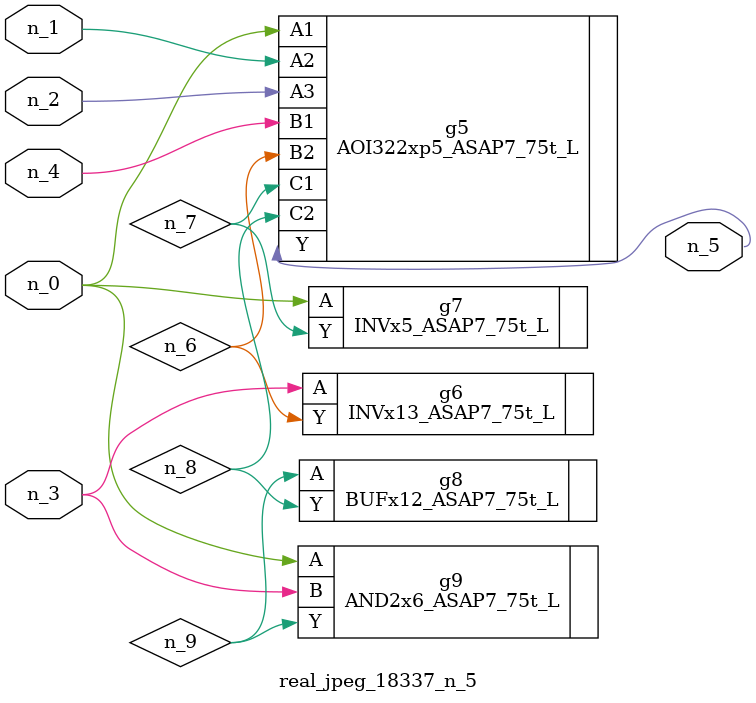
<source format=v>
module real_jpeg_18337_n_5 (n_4, n_0, n_1, n_2, n_3, n_5);

input n_4;
input n_0;
input n_1;
input n_2;
input n_3;

output n_5;

wire n_8;
wire n_6;
wire n_7;
wire n_9;

AOI322xp5_ASAP7_75t_L g5 ( 
.A1(n_0),
.A2(n_1),
.A3(n_2),
.B1(n_4),
.B2(n_6),
.C1(n_7),
.C2(n_8),
.Y(n_5)
);

INVx5_ASAP7_75t_L g7 ( 
.A(n_0),
.Y(n_7)
);

AND2x6_ASAP7_75t_L g9 ( 
.A(n_0),
.B(n_3),
.Y(n_9)
);

INVx13_ASAP7_75t_L g6 ( 
.A(n_3),
.Y(n_6)
);

BUFx12_ASAP7_75t_L g8 ( 
.A(n_9),
.Y(n_8)
);


endmodule
</source>
